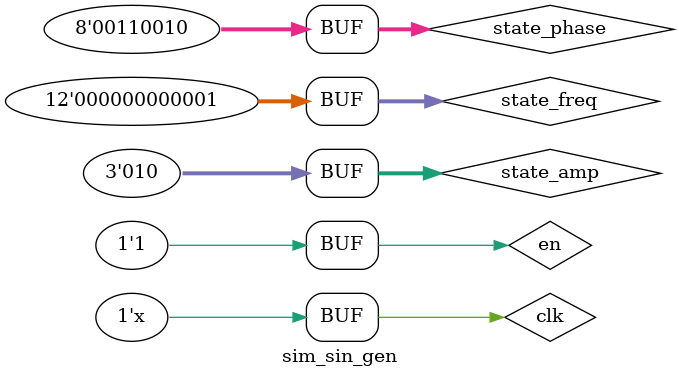
<source format=v>
`timescale 1ns/1ns

module sim_sin_gen ();
    reg clk;
    
    initial clk <= 1'b0;
    
    always #1 clk <= ~clk;
    
    wire en;
    wire [11:0] state_freq;
    wire [2:0] state_amp;
    wire [7:0] state_phase;
    wire [13:0] DAC_in;
    
    assign en          = 1'b1;
    assign state_freq  = 12'd1;
    assign state_amp   = 3'd50;
    assign state_phase = 8'd50;
    
    sin_gen sin_gen_inst(
    .en(en),
    .clk(clk),
    .state_freq(state_freq),
    .state_amp(state_amp),
    .state_phase(state_phase),
    .DAC_in(DAC_in)
    );
endmodule

</source>
